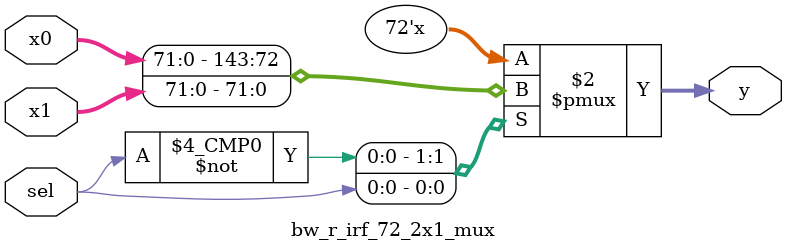
<source format=v>
`ifdef FPGA_SYN_1THREAD

`ifdef FPGA_SYN_SAVE_BRAM


module bw_r_irf_register(clk, wren, save, save_addr, restore, restore_addr, wr_data, rd_data);
	input		clk;
	input		wren;
	input		save;
	input	[2:0]	save_addr;
	input		restore;
	input	[2:0]	restore_addr;
	input	[71:0]	wr_data;
	output	[71:0]	rd_data;
`ifdef FPGA_SYN_ALTERA
    reg	[35:0]	window[15:0]/* synthesis syn_ramstyle = block_ram*/; //  syn_ramstyle = no_rw_check */;
`else
    reg	[35:0]	window[15:0]/* synthesis syn_ramstyle = block_ram  syn_ramstyle = no_rw_check */;
`endif    
reg	[71:0]	onereg;

  initial onereg = 72'h0;

  assign rd_data = onereg;

  reg [71:0] restore_data;
  wire [71:0] wrdata = restore ? restore_data : wr_data;

  wire wr_en = wren | restore;

  always @(posedge clk) begin
    if(wr_en) onereg <= wrdata;
  end

  wire [2:0] addr = save ? save_addr : restore_addr;

  wire [3:0] addr1 = {1'b1, addr};
  wire [3:0] addr0 = {1'b0, addr};

  always @(negedge clk) begin
    if(save) window[addr1] <= wren ? wr_data[71:36] : rd_data[71:36];
    else restore_data[71:36] <= window[addr1];
  end

  always @(negedge clk) begin
    if(save) window[addr0] <= wren ? wr_data[35:0] : rd_data[35:0];
    else restore_data[35:0] <= window[addr0];
  end


endmodule


`else


module bw_r_irf_register(clk, wren, save, save_addr, restore, restore_addr, wr_data, rd_data);
	input		clk;
	input		wren;
	input		save;
	input	[2:0]	save_addr;
	input		restore;
	input	[2:0]	restore_addr;
	input	[71:0]	wr_data;
	output	[71:0]	rd_data;
`ifdef FPGA_SYN_ALTERA
    reg	[71:0]	window[7:0]/* synthesis syn_ramstyle = block_ram*/; //  syn_ramstyle = no_rw_check */;
`else
reg	[71:0]	window[7:0]/* synthesis syn_ramstyle = block_ram  syn_ramstyle = no_rw_check */;
`endif
reg	[71:0]	onereg;

reg	[2:0]	rd_addr;
reg	[2:0]	wr_addr;
reg		save_d;
`ifdef FPGA_SYN_ALTERA
    integer k;

    initial
    begin
        for (k = 0; k < 8 ; k = k + 1)
        begin
            window[k] = 72'h0;	
        end
    end
`endif

  initial 
      begin
          onereg = 72'b0;
          wr_addr = 3'h0;
          rd_addr = 3'h0;
      end
  
  always @(negedge clk) begin
    rd_addr = restore_addr;
  end

  always @(posedge clk) begin
    wr_addr <= save_addr;
  end
  always @(posedge clk) begin
    save_d <= save;
  end

  assign rd_data = onereg;

  wire [71:0] restore_data = window[rd_addr];
  wire [71:0] wrdata = restore ? restore_data : wr_data;

  wire wr_en = wren | (restore & (wr_addr != rd_addr));

  always @(posedge clk) begin
    if(wr_en) onereg <= wrdata;
  end
    
  always @(negedge clk) begin
    if(save_d) window[wr_addr] <= rd_data;
  end

endmodule

`endif

`else


module bw_r_irf_register(clk, wrens, save, save_addr, restore, restore_addr, wr_data0, wr_data1, wr_data2, wr_data3, rd_thread, rd_data);
	input		clk;
	input	[3:0]	wrens;
	input		save;
	input	[4:0]	save_addr;
	input		restore;
	input	[4:0]	restore_addr;
	input	[71:0]	wr_data0;
	input	[71:0]	wr_data1;
	input	[71:0]	wr_data2;
	input	[71:0]	wr_data3;
	input	[1:0]	rd_thread;
	output	[71:0]	rd_data;
`ifdef FPGA_SYN_ALTERA
    reg	[71:0]	window[31:0]/* synthesis syn_ramstyle = block_ram*/; //  syn_ramstyle = no_rw_check */;
`else
    reg	[71:0]	window[31:0]/* synthesis syn_ramstyle = block_ram  syn_ramstyle = no_rw_check */;
`endif
reg	[71:0]	reg_th0, reg_th1, reg_th2, reg_th3;

reg	[4:0]	rd_addr;
reg	[4:0]	wr_addr;
reg		save_d;

initial begin
  reg_th0 = 72'b0;
  reg_th1 = 72'b0;
  reg_th2 = 72'b0;
  reg_th3 = 72'b0;
end

bw_r_irf_72_4x1_mux mux4_1(
	.sel(rd_thread),
	.x0(reg_th0),
	.x1(reg_th1),
	.x2(reg_th2),
	.x3(reg_th3),
	.y(rd_data)
	);

  always @(negedge clk) begin
    rd_addr = restore_addr;
  end

  wire [71:0] restore_data = window[rd_addr];

  always @(posedge clk) begin
    wr_addr <= save_addr;
  end
  always @(posedge clk) begin
    save_d <= save;
  end

  wire [71:0] save_data;

  bw_r_irf_72_4x1_mux mux4_2(
        .sel(wr_addr[4:3]),
        .x0(reg_th0),
        .x1(reg_th1),
        .x2(reg_th2),
        .x3(reg_th3),
        .y(save_data)
        );

  always @(negedge clk) begin
    if(save_d) window[wr_addr] <= save_data;
  end

//Register implementation for 4 threads / 2 write & 1 restore port

  wire [3:0] restores = (1'b1 << rd_addr[4:3]) & {4{restore}};
  //wire [3:0] wren1s = (1'b1 << wr1_th) & {4{wren1}};
  //wire [3:0] wren2s = (1'b1 << wr2_th) & {4{wren2}};

  wire [71:0] wrdata0, wrdata1, wrdata2, wrdata3;

  bw_r_irf_72_2x1_mux mux2_5(
        .sel(restores[0]),
        .x0(wr_data0),
        .x1(restore_data),
        .y(wrdata0)
        );

  bw_r_irf_72_2x1_mux mux2_6(
        .sel(restores[1]),
        .x0(wr_data1),
        .x1(restore_data),
        .y(wrdata1)
        );

  bw_r_irf_72_2x1_mux mux2_7(
        .sel(restores[2]),
        .x0(wr_data2),
        .x1(restore_data),
        .y(wrdata2)
        );

  bw_r_irf_72_2x1_mux mux2_8(
        .sel(restores[3]),
        .x0(wr_data3),
        .x1(restore_data),
        .y(wrdata3)
        );

  //wire [3:0] wr_en = wren1s | wren2s | (restores & {4{(wr_addr[4:0] != rd_addr[4:0])}});
  wire [3:0] wr_en = wrens | (restores & {4{(wr_addr[4:0] != rd_addr[4:0])}});

  //288 Flops
  always @(posedge clk) begin
    if(wr_en[0]) reg_th0 <= wrdata0;
    if(wr_en[1]) reg_th1 <= wrdata1;
    if(wr_en[2]) reg_th2 <= wrdata2;
    if(wr_en[3]) reg_th3 <= wrdata3;
  end
    
endmodule


module bw_r_irf_72_4x1_mux(sel, y, x0, x1, x2, x3);
	input	[1:0]	sel;
	input	[71:0]	x0;
	input	[71:0]	x1;
	input	[71:0]	x2;
	input	[71:0]	x3;
	output	[71:0] y;
	reg	[71:0] y;

	always @(sel or x0 or x1 or x2 or x3)
		case(sel)
		  2'b00: y = x0;
		  2'b01: y = x1;
		  2'b10: y = x2;
		  2'b11: y = x3;
		endcase

endmodule
	

module bw_r_irf_72_2x1_mux(sel, y, x0, x1);
	input		sel;
	input	[71:0]	x0;
	input	[71:0]	x1;
	output	[71:0] y;
	reg	[71:0] y;

	always @(sel or x0 or x1)
		case(sel)
		  1'b0: y = x0;
		  1'b1: y = x1;
		endcase

endmodule
	
`endif



</source>
